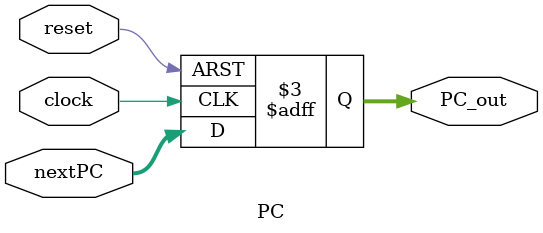
<source format=v>

module PC (
    // PORTAS DE ENTRADA
    input wire clock,          // Sinal de clock para sincronização
    input wire reset,          // Sinal de reset para inicializar o PC
    input wire [31:0] nextPC,  // Endereço da próxima instrução

    // PORTAS DE SAÍDA
    output reg [31:0] PC_out   // Endereço da instrução atual
);

    // BLOCO DE INICIALIZAÇÃO
    // Define o valor inicial do PC durante a configuração da simulação. Este bloco garante que o valor seja conhecido no início da simulação.
    initial begin
        PC_out = 32'b0;
    end

    // LÓGICA DE ATUALIZAÇÃO DO PC ---
    // Este bloco `always` descreve o comportamento do PC. Ele é sensível à borda de subida do clock e ao sinal de reset.
    always @(posedge clock or posedge reset) begin
        // Se o sinal de reset estiver ativo, o PC é forçado para o endereço 0.
        if (reset) begin
            PC_out <= 32'h00000000;
        // Caso contrário, em cada borda de subida do clock, o PC recebe o valor de `nextPC`, que corresponde ao endereço da próxima instrução a ser buscada.
        end else begin
            PC_out <= nextPC;
        end
    end

endmodule
</source>
